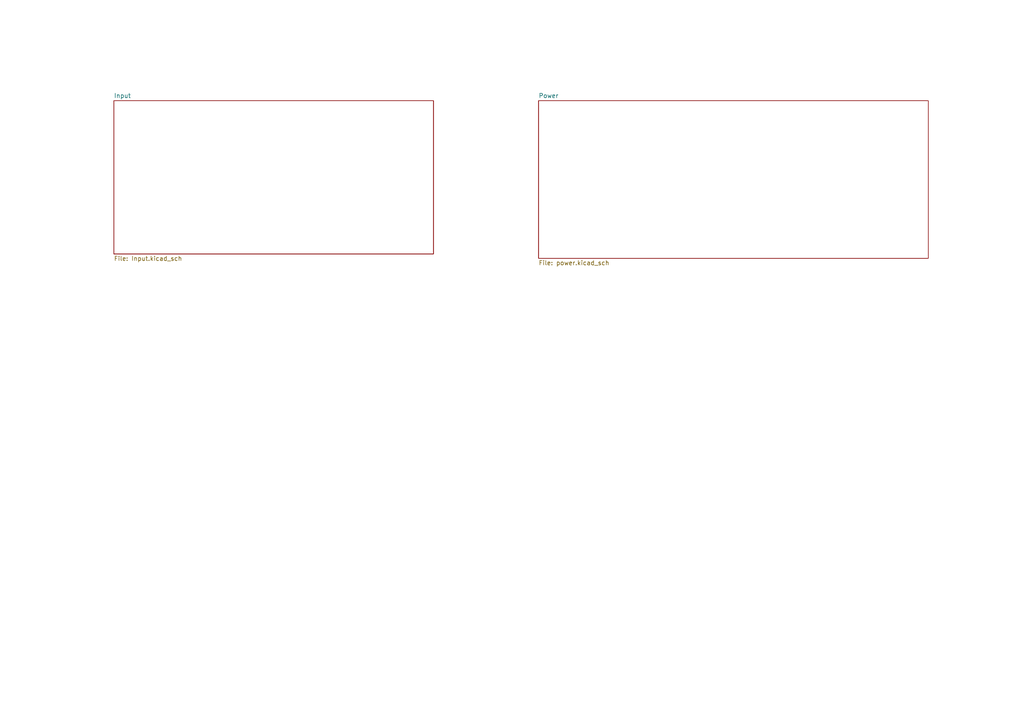
<source format=kicad_sch>
(kicad_sch
	(version 20231120)
	(generator "eeschema")
	(generator_version "8.0")
	(uuid "7e258297-c980-4d71-a7f3-fe03ed97bcb3")
	(paper "A4")
	(lib_symbols)
	(sheet
		(at 156.21 29.21)
		(size 113.03 45.72)
		(fields_autoplaced yes)
		(stroke
			(width 0.1524)
			(type solid)
		)
		(fill
			(color 0 0 0 0.0000)
		)
		(uuid "5a4ad4b8-1eac-42c2-9ddb-85c70bf5fe00")
		(property "Sheetname" "Power"
			(at 156.21 28.4984 0)
			(effects
				(font
					(size 1.27 1.27)
				)
				(justify left bottom)
			)
		)
		(property "Sheetfile" "power.kicad_sch"
			(at 156.21 75.5146 0)
			(effects
				(font
					(size 1.27 1.27)
				)
				(justify left top)
			)
		)
		(property "Field2" ""
			(at 156.21 29.21 0)
			(effects
				(font
					(size 1.27 1.27)
				)
				(hide yes)
			)
		)
		(instances
			(project "PoE_board_4layer"
				(path "/7e258297-c980-4d71-a7f3-fe03ed97bcb3"
					(page "3")
				)
			)
		)
	)
	(sheet
		(at 33.02 29.21)
		(size 92.71 44.45)
		(fields_autoplaced yes)
		(stroke
			(width 0.1524)
			(type solid)
		)
		(fill
			(color 0 0 0 0.0000)
		)
		(uuid "e06c7fa9-9140-4dde-878c-45c8369bdd91")
		(property "Sheetname" "Input"
			(at 33.02 28.4984 0)
			(effects
				(font
					(size 1.27 1.27)
				)
				(justify left bottom)
			)
		)
		(property "Sheetfile" "Input.kicad_sch"
			(at 33.02 74.2446 0)
			(effects
				(font
					(size 1.27 1.27)
				)
				(justify left top)
			)
		)
		(instances
			(project "PoE_board_4layer"
				(path "/7e258297-c980-4d71-a7f3-fe03ed97bcb3"
					(page "2")
				)
			)
		)
	)
	(sheet_instances
		(path "/"
			(page "1")
		)
	)
)

</source>
